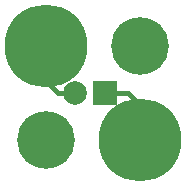
<source format=gbr>
G04 #@! TF.FileFunction,Copper,L2,Bot,Signal*
%FSLAX46Y46*%
G04 Gerber Fmt 4.6, Leading zero omitted, Abs format (unit mm)*
G04 Created by KiCad (PCBNEW (2015-08-15 BZR 6092)-product) date 2/16/2016 11:30:52 AM*
%MOMM*%
G01*
G04 APERTURE LIST*
%ADD10C,0.100000*%
%ADD11R,2.000000X2.000000*%
%ADD12C,2.000000*%
%ADD13C,7.000000*%
%ADD14C,4.876800*%
%ADD15C,0.406400*%
G04 APERTURE END LIST*
D10*
D11*
X164000000Y-105000000D03*
D12*
X161460000Y-105000000D03*
D13*
X159000000Y-101000000D03*
D14*
X167000000Y-101000000D03*
X159000000Y-109000000D03*
D13*
X167000000Y-109000000D03*
D15*
X159000000Y-101000000D02*
X159000000Y-104000000D01*
X159000000Y-104000000D02*
X160000000Y-105000000D01*
X160000000Y-105000000D02*
X161460000Y-105000000D01*
X164000000Y-105000000D02*
X166000000Y-105000000D01*
X166000000Y-105000000D02*
X167000000Y-106000000D01*
X167000000Y-106000000D02*
X167000000Y-109000000D01*
M02*

</source>
